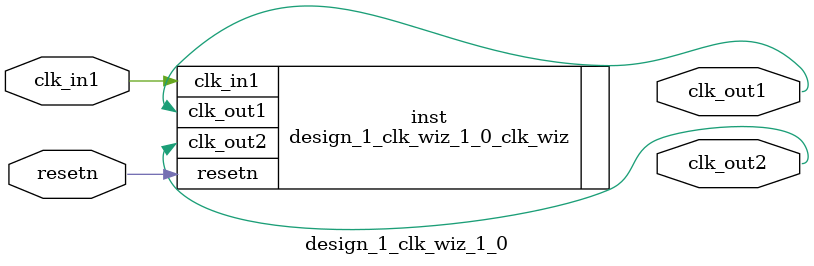
<source format=v>


`timescale 1ps/1ps

(* CORE_GENERATION_INFO = "design_1_clk_wiz_1_0,clk_wiz_v6_0_3_0_0,{component_name=design_1_clk_wiz_1_0,use_phase_alignment=true,use_min_o_jitter=false,use_max_i_jitter=false,use_dyn_phase_shift=false,use_inclk_switchover=false,use_dyn_reconfig=false,enable_axi=0,feedback_source=FDBK_AUTO,PRIMITIVE=MMCM,num_out_clk=2,clkin1_period=10.000,clkin2_period=10.000,use_power_down=false,use_reset=true,use_locked=false,use_inclk_stopped=false,feedback_type=SINGLE,CLOCK_MGR_TYPE=NA,manual_override=false}" *)

module design_1_clk_wiz_1_0 
 (
  // Clock out ports
  output        clk_out1,
  output        clk_out2,
  // Status and control signals
  input         resetn,
 // Clock in ports
  input         clk_in1
 );

  design_1_clk_wiz_1_0_clk_wiz inst
  (
  // Clock out ports  
  .clk_out1(clk_out1),
  .clk_out2(clk_out2),
  // Status and control signals               
  .resetn(resetn), 
 // Clock in ports
  .clk_in1(clk_in1)
  );

endmodule

</source>
